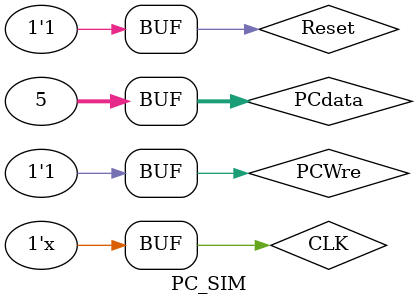
<source format=v>
`timescale 1ns / 1ps


module PC_SIM();
    reg CLK;
    reg PCWre;
    reg Reset;
    reg [31:0] PCdata;
    wire [31:0] Addr;
    
    PC uut (
        .CLK(CLK),
        .PCWre(PCWre),
        .Reset(Reset),
        .PCdata(PCdata),
        .Addr(Addr)
    );
    
    always #50 CLK = !CLK;
    initial begin
        //Initialize Inputs
        CLK = 0;
        Reset = 0;
        PCWre = 0;
        PCdata = 0;
        #100;
        Reset = 1;
        PCWre = 1;
        PCdata = 1;
        #100;
        PCWre = 1;
        Reset = 1;
        PCdata = 2;
        #100;
        PCWre = 0;
        Reset = 1;
        PCdata = 3;
        #100;
        PCWre = 1;
        Reset = 0;
        PCdata = 4;
        #100;
        PCWre = 1;
        Reset = 1;
        PCdata = 5;
    end
endmodule

</source>
